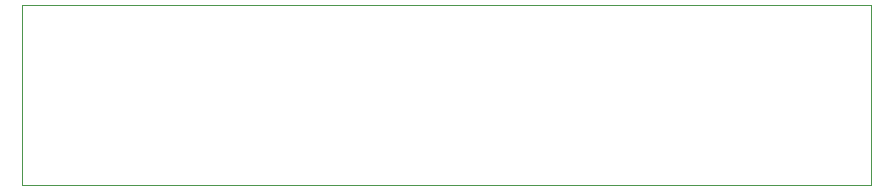
<source format=gbr>
G04 (created by PCBNEW (2013-05-31 BZR 4019)-stable) date 10/5/2014 5:30:30 PM*
%MOIN*%
G04 Gerber Fmt 3.4, Leading zero omitted, Abs format*
%FSLAX34Y34*%
G01*
G70*
G90*
G04 APERTURE LIST*
%ADD10C,0.00590551*%
%ADD11C,0.00393701*%
G04 APERTURE END LIST*
G54D10*
G54D11*
X0Y-5984D02*
X28307Y-5984D01*
X0Y0D02*
X0Y-5984D01*
X28307Y0D02*
X0Y0D01*
X28307Y-275D02*
X28307Y0D01*
X28307Y-3228D02*
X28307Y-275D01*
X28307Y-5984D02*
X28307Y-3228D01*
M02*

</source>
